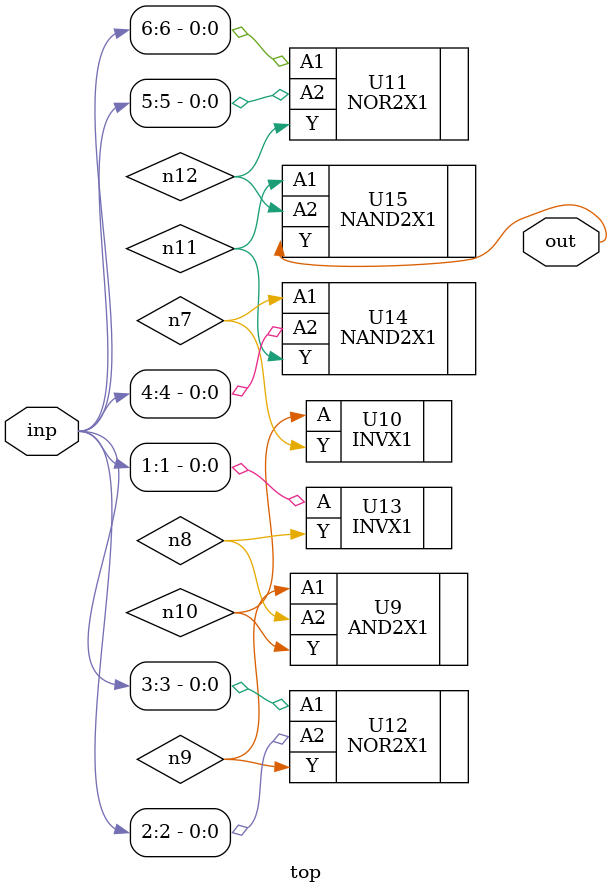
<source format=sv>


module top ( inp, out );
  input [6:0] inp;
  output out;
  wire   n7, n8, n9, n10, n11, n12;

  AND2X1 U9 ( .A1(n9), .A2(n8), .Y(n10) );
  INVX1 U10 ( .A(n10), .Y(n7) );
  NOR2X1 U11 ( .A1(inp[6]), .A2(inp[5]), .Y(n12) );
  NOR2X1 U12 ( .A1(inp[3]), .A2(inp[2]), .Y(n9) );
  INVX1 U13 ( .A(inp[1]), .Y(n8) );
  NAND2X1 U14 ( .A1(n7), .A2(inp[4]), .Y(n11) );
  NAND2X1 U15 ( .A1(n11), .A2(n12), .Y(out) );
endmodule


</source>
